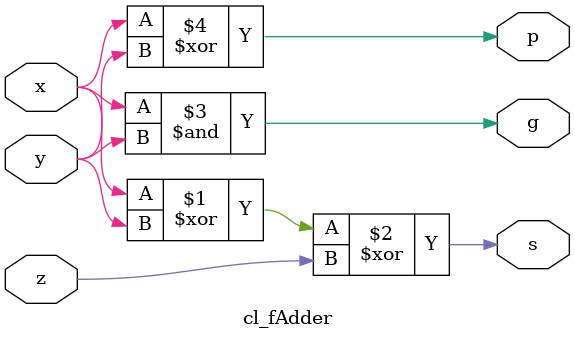
<source format=sv>
module cl_fAdder
(
	input x, y, z,
	output s, g, p
);

	assign s = x^y^z;
	assign g = (x&y);
	assign p = (x^y);

endmodule
</source>
